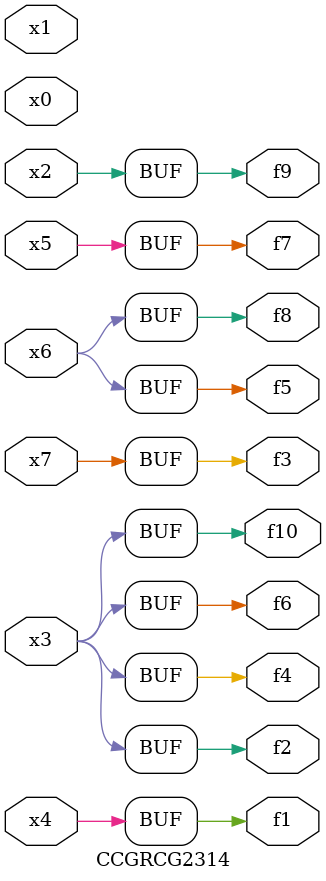
<source format=v>
module CCGRCG2314(
	input x0, x1, x2, x3, x4, x5, x6, x7,
	output f1, f2, f3, f4, f5, f6, f7, f8, f9, f10
);
	assign f1 = x4;
	assign f2 = x3;
	assign f3 = x7;
	assign f4 = x3;
	assign f5 = x6;
	assign f6 = x3;
	assign f7 = x5;
	assign f8 = x6;
	assign f9 = x2;
	assign f10 = x3;
endmodule

</source>
